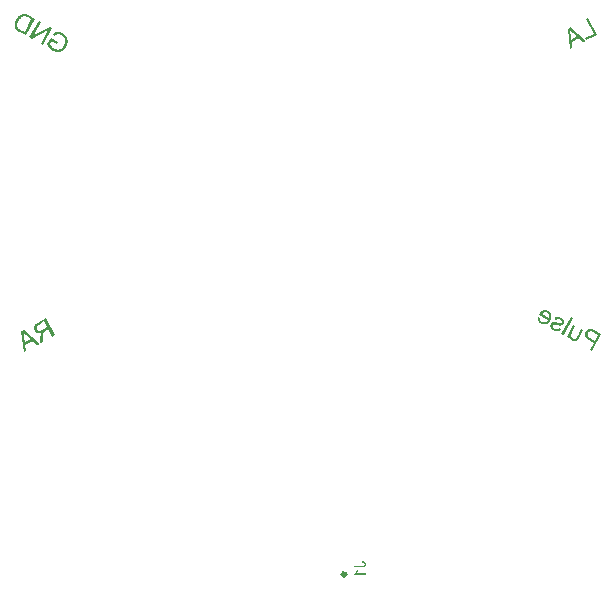
<source format=gbr>
%TF.GenerationSoftware,Altium Limited,Altium Designer,21.8.1 (53)*%
G04 Layer_Color=39423*
%FSLAX45Y45*%
%MOMM*%
%TF.SameCoordinates,9CAB6441-B9E9-44DD-A1F1-36E89FF17874*%
%TF.FilePolarity,Positive*%
%TF.FileFunction,Legend,Bot*%
%TF.Part,Single*%
G01*
G75*
%TA.AperFunction,NonConductor*%
%ADD16C,0.33020*%
G36*
X677700Y294833D02*
X658734Y284535D01*
X624307Y347941D01*
X599763Y334615D01*
X597818Y333319D01*
X595959Y332309D01*
X594572Y331315D01*
X593558Y330524D01*
X592814Y330120D01*
X592543Y329732D01*
X592357Y329631D01*
X589802Y326799D01*
X588617Y325433D01*
X587719Y323983D01*
X586907Y322820D01*
X586466Y321858D01*
X586009Y321369D01*
X585924Y321082D01*
X584957Y318872D01*
X583990Y316662D01*
X583225Y314080D01*
X582647Y311599D01*
X582052Y309590D01*
X581829Y307784D01*
X581489Y306636D01*
X581505Y306163D01*
X580788Y302163D01*
X580273Y297790D01*
X579758Y293418D01*
X579243Y289045D01*
X578898Y285247D01*
X578675Y283440D01*
X578537Y281921D01*
X578383Y280874D01*
X578415Y279928D01*
X578245Y279355D01*
X578346Y279169D01*
X575618Y239407D01*
X551817Y226484D01*
X555548Y278588D01*
X556116Y284193D01*
X556886Y289426D01*
X557672Y294186D01*
X558676Y298102D01*
X559696Y301545D01*
X560275Y304026D01*
X560886Y305561D01*
X560870Y306034D01*
X561056Y306135D01*
X562022Y308345D01*
X562989Y310556D01*
X565396Y314992D01*
X566564Y316830D01*
X567462Y318281D01*
X568190Y319158D01*
X568461Y319545D01*
X564439Y318084D01*
X560502Y316910D01*
X556836Y316123D01*
X553357Y315438D01*
X549962Y315039D01*
X546753Y314741D01*
X543916Y314645D01*
X541265Y314650D01*
X538985Y314857D01*
X536892Y315165D01*
X535086Y315388D01*
X533566Y315526D01*
X532419Y315866D01*
X531372Y316020D01*
X531085Y316105D01*
X530798Y316190D01*
X528014Y317327D01*
X525230Y318464D01*
X522717Y319988D01*
X520491Y321428D01*
X516495Y324796D01*
X513158Y328281D01*
X510497Y331410D01*
X509503Y332796D01*
X508610Y333997D01*
X507819Y335012D01*
X507415Y335755D01*
X507112Y336313D01*
X507011Y336499D01*
X504875Y340877D01*
X503398Y345371D01*
X502308Y349595D01*
X501707Y353362D01*
X501410Y356571D01*
X501229Y359121D01*
X501197Y360067D01*
X501266Y360826D01*
X501351Y361113D01*
X501250Y361299D01*
X501850Y365959D01*
X502838Y370347D01*
X504129Y374178D01*
X505722Y377451D01*
X507146Y380150D01*
X508500Y382089D01*
X509042Y382865D01*
X509499Y383354D01*
X509584Y383640D01*
X509770Y383741D01*
X511226Y385495D01*
X513154Y387264D01*
X517298Y390718D01*
X521728Y394086D01*
X526175Y396982D01*
X528306Y398380D01*
X530250Y399676D01*
X531923Y400585D01*
X533496Y401679D01*
X600063Y437822D01*
X677700Y294833D01*
D02*
G37*
G36*
X549214Y225071D02*
X529318Y214268D01*
X490176Y249112D01*
X430303Y216604D01*
X437277Y164294D01*
X415894Y152684D01*
X396457Y327273D01*
X417096Y338479D01*
X549214Y225071D01*
D02*
G37*
G36*
X420852Y3016791D02*
X425008Y3016472D01*
X428303Y3015896D01*
X429807Y3015565D01*
X431126Y3015334D01*
X431971Y3015119D01*
X432816Y3014903D01*
X433289Y3014888D01*
X433475Y3014788D01*
X437415Y3013624D01*
X441813Y3011972D01*
X446297Y3010033D01*
X450594Y3008195D01*
X454132Y3006287D01*
X455908Y3005569D01*
X509349Y2976733D01*
X432087Y2833541D01*
X380508Y2861372D01*
X375954Y2864070D01*
X371585Y2866667D01*
X367876Y2869149D01*
X364825Y2871517D01*
X362233Y2873396D01*
X361216Y2874185D01*
X360386Y2874874D01*
X359741Y2875462D01*
X359183Y2875763D01*
X359097Y2876050D01*
X358911Y2876150D01*
X355875Y2878990D01*
X353127Y2881916D01*
X350850Y2884827D01*
X349033Y2887250D01*
X347487Y2889287D01*
X346499Y2891021D01*
X345870Y2892082D01*
X345598Y2892469D01*
X344096Y2895924D01*
X342595Y2899379D01*
X341566Y2902819D01*
X340809Y2905872D01*
X340138Y2908639D01*
X339824Y2910731D01*
X339396Y2912164D01*
X339410Y2912637D01*
X339070Y2916908D01*
X338931Y2921551D01*
X339164Y2925993D01*
X339669Y2930048D01*
X340059Y2933444D01*
X340390Y2934948D01*
X340620Y2936267D01*
X340650Y2937213D01*
X340865Y2938058D01*
X340880Y2938531D01*
X340981Y2938717D01*
X342289Y2944262D01*
X344071Y2949791D01*
X345938Y2955035D01*
X347977Y2959705D01*
X348896Y2961853D01*
X349715Y2963816D01*
X350619Y2965492D01*
X351136Y2966896D01*
X351839Y2968199D01*
X352241Y2968944D01*
X352543Y2969502D01*
X352643Y2969688D01*
X356547Y2976478D01*
X360808Y2982593D01*
X362788Y2985371D01*
X364854Y2987863D01*
X366819Y2990169D01*
X368497Y2992388D01*
X370262Y2994321D01*
X371825Y2995882D01*
X373288Y2997256D01*
X374464Y2998545D01*
X375439Y2999461D01*
X376214Y3000005D01*
X376701Y3000463D01*
X376802Y3000650D01*
X381950Y3004844D01*
X387255Y3007992D01*
X392359Y3010768D01*
X397061Y3012798D01*
X399168Y3013585D01*
X400988Y3014286D01*
X402708Y3014800D01*
X404142Y3015228D01*
X405288Y3015572D01*
X406149Y3015829D01*
X406621Y3015814D01*
X406908Y3015900D01*
X411666Y3016698D01*
X416410Y3017024D01*
X420852Y3016791D01*
D02*
G37*
G36*
X707653Y2863484D02*
X709071Y2863440D01*
X710490Y2863395D01*
X711622Y2863265D01*
X712382Y2863336D01*
X712855Y2863322D01*
X713041Y2863221D01*
X718786Y2862285D01*
X724331Y2860976D01*
X729489Y2859395D01*
X734359Y2857729D01*
X736322Y2856910D01*
X738284Y2856092D01*
X739774Y2855288D01*
X741364Y2854670D01*
X743971Y2853264D01*
X747781Y2850968D01*
X751404Y2848772D01*
X758164Y2843923D01*
X761114Y2841369D01*
X763691Y2839017D01*
X766269Y2836665D01*
X768373Y2834327D01*
X770392Y2832276D01*
X772124Y2830139D01*
X773584Y2828390D01*
X774773Y2827027D01*
X775674Y2825579D01*
X776404Y2824705D01*
X776862Y2824217D01*
X776948Y2823930D01*
X779023Y2820647D01*
X780711Y2817092D01*
X783528Y2810282D01*
X784557Y2806842D01*
X785400Y2803502D01*
X786056Y2800263D01*
X786526Y2797125D01*
X786911Y2794273D01*
X787209Y2791707D01*
X787422Y2789429D01*
X787550Y2787437D01*
X787591Y2785731D01*
X787647Y2784499D01*
X787532Y2783840D01*
X787618Y2783553D01*
X787299Y2779398D01*
X786694Y2775156D01*
X785211Y2767061D01*
X783184Y2759740D01*
X782035Y2756273D01*
X780900Y2753279D01*
X779765Y2750285D01*
X778832Y2747664D01*
X777812Y2745329D01*
X776807Y2743467D01*
X776190Y2741876D01*
X775587Y2740759D01*
X775185Y2740014D01*
X775085Y2739828D01*
X772788Y2736018D01*
X770593Y2732395D01*
X765743Y2725635D01*
X763190Y2722685D01*
X760838Y2720108D01*
X758485Y2717531D01*
X756047Y2715240D01*
X753996Y2713221D01*
X752046Y2711388D01*
X750296Y2709928D01*
X748647Y2708654D01*
X747385Y2707652D01*
X746511Y2706922D01*
X745837Y2706564D01*
X745736Y2706378D01*
X742353Y2704117D01*
X738983Y2702329D01*
X735428Y2700641D01*
X731888Y2699426D01*
X728533Y2698110D01*
X725193Y2697268D01*
X722040Y2696325D01*
X719087Y2695754D01*
X716236Y2695369D01*
X713756Y2694784D01*
X711477Y2694571D01*
X709485Y2694444D01*
X707966Y2694302D01*
X706734Y2694246D01*
X706075Y2694361D01*
X705788Y2694275D01*
X701632Y2694594D01*
X697477Y2694913D01*
X689754Y2696195D01*
X682433Y2698221D01*
X679152Y2699270D01*
X675872Y2700319D01*
X673064Y2701353D01*
X670543Y2702473D01*
X668107Y2703307D01*
X666245Y2704311D01*
X664655Y2704929D01*
X662607Y2706034D01*
X656935Y2709335D01*
X651751Y2713094D01*
X647039Y2716838D01*
X642886Y2720281D01*
X641326Y2721844D01*
X639765Y2723408D01*
X638290Y2724684D01*
X637188Y2725760D01*
X636272Y2726735D01*
X635728Y2727509D01*
X635269Y2727997D01*
X635083Y2728097D01*
X630703Y2733346D01*
X626996Y2738952D01*
X623561Y2744172D01*
X620599Y2749376D01*
X619441Y2751684D01*
X618368Y2753705D01*
X617380Y2755440D01*
X616579Y2757075D01*
X615864Y2758422D01*
X615421Y2759383D01*
X615249Y2759956D01*
X615163Y2760243D01*
X643898Y2813498D01*
X704601Y2780744D01*
X695458Y2763799D01*
X653376Y2786506D01*
X638908Y2759692D01*
X640410Y2756237D01*
X642198Y2752868D01*
X644273Y2749585D01*
X646262Y2746588D01*
X648166Y2743878D01*
X649898Y2741741D01*
X650543Y2741153D01*
X650900Y2740479D01*
X651172Y2740092D01*
X651358Y2739992D01*
X655023Y2736091D01*
X658703Y2732663D01*
X662111Y2729622D01*
X665534Y2727054D01*
X668499Y2724973D01*
X669802Y2724270D01*
X670819Y2723481D01*
X672867Y2722376D01*
X678181Y2719749D01*
X683611Y2717781D01*
X688582Y2716301D01*
X693195Y2715494D01*
X695359Y2715048D01*
X697150Y2714803D01*
X698841Y2714372D01*
X700259Y2714328D01*
X701391Y2714198D01*
X702337Y2714168D01*
X702810Y2714153D01*
X702996Y2714053D01*
X708872Y2714249D01*
X714203Y2715218D01*
X719364Y2716762D01*
X723578Y2718334D01*
X727133Y2720022D01*
X728768Y2720823D01*
X729929Y2721639D01*
X730890Y2722082D01*
X731664Y2722626D01*
X732237Y2722798D01*
X732338Y2722984D01*
X737285Y2726806D01*
X741688Y2731402D01*
X745719Y2736199D01*
X749363Y2740725D01*
X750755Y2742858D01*
X752146Y2744992D01*
X753337Y2746754D01*
X754242Y2748430D01*
X755131Y2749633D01*
X755633Y2750564D01*
X756035Y2751309D01*
X756136Y2751495D01*
X759064Y2757368D01*
X761233Y2763169D01*
X763101Y2768413D01*
X764294Y2773298D01*
X764926Y2775361D01*
X765272Y2777339D01*
X765703Y2779029D01*
X765848Y2780634D01*
X766164Y2781666D01*
X766194Y2782611D01*
X766208Y2783084D01*
X766309Y2783271D01*
X766513Y2786767D01*
X766530Y2790364D01*
X766346Y2793588D01*
X766148Y2796340D01*
X765749Y2798719D01*
X765335Y2800625D01*
X764992Y2801772D01*
X765007Y2802245D01*
X763978Y2805685D01*
X762577Y2809326D01*
X760874Y2812408D01*
X759257Y2815204D01*
X757912Y2817613D01*
X756452Y2819362D01*
X755636Y2820524D01*
X755550Y2820810D01*
X755364Y2820911D01*
X752343Y2824224D01*
X749222Y2827350D01*
X745714Y2830205D01*
X742377Y2832486D01*
X739598Y2834466D01*
X738295Y2835170D01*
X737278Y2835959D01*
X735044Y2837164D01*
X731033Y2839088D01*
X727108Y2840725D01*
X723354Y2841789D01*
X720260Y2842737D01*
X717437Y2843298D01*
X715173Y2843558D01*
X713855Y2843789D01*
X713569Y2843703D01*
X713382Y2843804D01*
X709413Y2844022D01*
X705716Y2843853D01*
X702391Y2843483D01*
X699725Y2842998D01*
X697432Y2842313D01*
X695712Y2841798D01*
X694565Y2841455D01*
X694178Y2841183D01*
X691196Y2839667D01*
X688013Y2837778D01*
X685102Y2835502D01*
X682578Y2833498D01*
X680240Y2831393D01*
X678491Y2829933D01*
X677903Y2829289D01*
X677415Y2828831D01*
X677028Y2828559D01*
X676928Y2828373D01*
X662308Y2842271D01*
X666611Y2846681D01*
X670985Y2850331D01*
X674771Y2853337D01*
X678441Y2855684D01*
X681624Y2857573D01*
X682786Y2858389D01*
X683932Y2858732D01*
X684707Y2859276D01*
X685380Y2859634D01*
X685853Y2859619D01*
X685954Y2859805D01*
X690455Y2861464D01*
X695128Y2862549D01*
X699785Y2863161D01*
X704056Y2863501D01*
X707653Y2863484D01*
D02*
G37*
G36*
X559439Y2949707D02*
X498754Y2837238D01*
X634666Y2909116D01*
X654031Y2898667D01*
X576769Y2755475D01*
X558521Y2765321D01*
X619105Y2877603D01*
X483480Y2805811D01*
X463928Y2816361D01*
X541190Y2959553D01*
X559439Y2949707D01*
D02*
G37*
G36*
X5269448Y2840736D02*
X5180196Y2792276D01*
X5171009Y2809197D01*
X5241295Y2847359D01*
X5172845Y2973428D01*
X5191812Y2983725D01*
X5269448Y2840736D01*
D02*
G37*
G36*
X5173317Y2788541D02*
X5153421Y2777738D01*
X5114278Y2812582D01*
X5054405Y2780073D01*
X5061380Y2727764D01*
X5039996Y2716154D01*
X5020559Y2890743D01*
X5041199Y2901949D01*
X5173317Y2788541D01*
D02*
G37*
G36*
X4832938Y507981D02*
X4836334Y507591D01*
X4839730Y507201D01*
X4842739Y506539D01*
X4845461Y505792D01*
X4848083Y504858D01*
X4850332Y504125D01*
X4852108Y503407D01*
X4853698Y502790D01*
X4855746Y501685D01*
X4859556Y499389D01*
X4863080Y497007D01*
X4866216Y494353D01*
X4869065Y491613D01*
X4871441Y488889D01*
X4873717Y485978D01*
X4875621Y483268D01*
X4877338Y480658D01*
X4878683Y478249D01*
X4879842Y475941D01*
X4880815Y473734D01*
X4881515Y471913D01*
X4882130Y470379D01*
X4882473Y469232D01*
X4882645Y468659D01*
X4882730Y468372D01*
X4883644Y464273D01*
X4884084Y460189D01*
X4883952Y455933D01*
X4883819Y451677D01*
X4883314Y447622D01*
X4882437Y443768D01*
X4881559Y439914D01*
X4880596Y436346D01*
X4879547Y433066D01*
X4878413Y430072D01*
X4877378Y427264D01*
X4876359Y424929D01*
X4875455Y423253D01*
X4874837Y421663D01*
X4874435Y420918D01*
X4874234Y420546D01*
X4871536Y415991D01*
X4868853Y411909D01*
X4865998Y408401D01*
X4863144Y404893D01*
X4860404Y402043D01*
X4857478Y399294D01*
X4854668Y397204D01*
X4851857Y395115D01*
X4849535Y393483D01*
X4847126Y392138D01*
X4845104Y391065D01*
X4843370Y390078D01*
X4842022Y389362D01*
X4840875Y389020D01*
X4840201Y388662D01*
X4839915Y388576D01*
X4836002Y387562D01*
X4832003Y386835D01*
X4828019Y386580D01*
X4824236Y386698D01*
X4820453Y386816D01*
X4816871Y387306D01*
X4813389Y387983D01*
X4810194Y388745D01*
X4807286Y389593D01*
X4804478Y390627D01*
X4802043Y391460D01*
X4800080Y392279D01*
X4798591Y393083D01*
X4797187Y393600D01*
X4796256Y394102D01*
X4793004Y396097D01*
X4789939Y397991D01*
X4784669Y402037D01*
X4782464Y404188D01*
X4780446Y406239D01*
X4778613Y408189D01*
X4777067Y410225D01*
X4775607Y411975D01*
X4774519Y413524D01*
X4773431Y415072D01*
X4772716Y416420D01*
X4772086Y417481D01*
X4771729Y418155D01*
X4771557Y418728D01*
X4771371Y418828D01*
X4769370Y424476D01*
X4768228Y430381D01*
X4767646Y435985D01*
X4767521Y441101D01*
X4767940Y445443D01*
X4768100Y447520D01*
X4768431Y449025D01*
X4768475Y450443D01*
X4768690Y451289D01*
X4768806Y451948D01*
X4768906Y452134D01*
X4788461Y444709D01*
X4787840Y439994D01*
X4787894Y435638D01*
X4788148Y431654D01*
X4788619Y428515D01*
X4789204Y426036D01*
X4789804Y424029D01*
X4790147Y422882D01*
X4790419Y422495D01*
X4792122Y419413D01*
X4794211Y416602D01*
X4796603Y414350D01*
X4798621Y412299D01*
X4800841Y410621D01*
X4802417Y409530D01*
X4804092Y408626D01*
X4806613Y407506D01*
X4808948Y406487D01*
X4813834Y405293D01*
X4818261Y404587D01*
X4822331Y404555D01*
X4825656Y404925D01*
X4828508Y405309D01*
X4829368Y405566D01*
X4830128Y405637D01*
X4830414Y405723D01*
X4830701Y405809D01*
X4833195Y406867D01*
X4835503Y408026D01*
X4839948Y410917D01*
X4843935Y414295D01*
X4847549Y417875D01*
X4850303Y421197D01*
X4851394Y422772D01*
X4852384Y424161D01*
X4853173Y425178D01*
X4853862Y426009D01*
X4854163Y426567D01*
X4854263Y426754D01*
X4776988Y468449D01*
X4777907Y470598D01*
X4778711Y472087D01*
X4779113Y472832D01*
X4779314Y473205D01*
X4782012Y477759D01*
X4784795Y482027D01*
X4787751Y485722D01*
X4790605Y489230D01*
X4793445Y492266D01*
X4796271Y494829D01*
X4799181Y497105D01*
X4801806Y499295D01*
X4804415Y501012D01*
X4806824Y502357D01*
X4808845Y503430D01*
X4810580Y504418D01*
X4811928Y505133D01*
X4813075Y505476D01*
X4813749Y505833D01*
X4814035Y505919D01*
X4817948Y506933D01*
X4821761Y507761D01*
X4825559Y508116D01*
X4829442Y508184D01*
X4832938Y507981D01*
D02*
G37*
G36*
X4940323Y451241D02*
X4940609Y451327D01*
X4940796Y451227D01*
X4944936Y450435D01*
X4948977Y449457D01*
X4953002Y448006D01*
X4956469Y446857D01*
X4959549Y445435D01*
X4960666Y444833D01*
X4961884Y444416D01*
X4966911Y441703D01*
X4969503Y439824D01*
X4971909Y438045D01*
X4973943Y436467D01*
X4975790Y434989D01*
X4976893Y433914D01*
X4977723Y433225D01*
X4977995Y432838D01*
X4980014Y430787D01*
X4981746Y428650D01*
X4983392Y426800D01*
X4984380Y425065D01*
X4985382Y423804D01*
X4986011Y422743D01*
X4986369Y422069D01*
X4986455Y421782D01*
X4987513Y419288D01*
X4988285Y416708D01*
X4988870Y414228D01*
X4989370Y412035D01*
X4989497Y410043D01*
X4989639Y408524D01*
X4989610Y407578D01*
X4989695Y407292D01*
X4989607Y404454D01*
X4989146Y401818D01*
X4988499Y399282D01*
X4987867Y397219D01*
X4987048Y395257D01*
X4986531Y393852D01*
X4986129Y393108D01*
X4985928Y392735D01*
X4984235Y390043D01*
X4982456Y387637D01*
X4980591Y385517D01*
X4978741Y383871D01*
X4977092Y382597D01*
X4975830Y381595D01*
X4975056Y381051D01*
X4974669Y380779D01*
X4971787Y379449D01*
X4969107Y378491D01*
X4966154Y377921D01*
X4963775Y377521D01*
X4961497Y377308D01*
X4959791Y377267D01*
X4958559Y377211D01*
X4958086Y377225D01*
X4956194Y377284D01*
X4954031Y377730D01*
X4951767Y377990D01*
X4949317Y378351D01*
X4944044Y379272D01*
X4938872Y380380D01*
X4934173Y381473D01*
X4932009Y381919D01*
X4930318Y382351D01*
X4928814Y382682D01*
X4927682Y382812D01*
X4926837Y383027D01*
X4926651Y383128D01*
X4923742Y383976D01*
X4921106Y384437D01*
X4918570Y385084D01*
X4916406Y385530D01*
X4914429Y385875D01*
X4912739Y386307D01*
X4911420Y386537D01*
X4910002Y386581D01*
X4907838Y387027D01*
X4906420Y387072D01*
X4905761Y387187D01*
X4905474Y387101D01*
X4902994Y386516D01*
X4900887Y385729D01*
X4899152Y384742D01*
X4897604Y383654D01*
X4896528Y382552D01*
X4895739Y381535D01*
X4895337Y380790D01*
X4895237Y380604D01*
X4894117Y378083D01*
X4893656Y375447D01*
X4893582Y373082D01*
X4893795Y370803D01*
X4894109Y368711D01*
X4894537Y367277D01*
X4894880Y366131D01*
X4894966Y365844D01*
X4896482Y362862D01*
X4898859Y360137D01*
X4901336Y357599D01*
X4903828Y355533D01*
X4906420Y353654D01*
X4908367Y352362D01*
X4910416Y351257D01*
X4914799Y349132D01*
X4918925Y347868D01*
X4922492Y346905D01*
X4925888Y346515D01*
X4928439Y346341D01*
X4930431Y346468D01*
X4931663Y346524D01*
X4932136Y346510D01*
X4935576Y347538D01*
X4938845Y349141D01*
X4941555Y351044D01*
X4944079Y353048D01*
X4946130Y355067D01*
X4947507Y356728D01*
X4948095Y357372D01*
X4948583Y357830D01*
X4948683Y358017D01*
X4948784Y358203D01*
X4964594Y346066D01*
X4962427Y343388D01*
X4960175Y340997D01*
X4957838Y338892D01*
X4955415Y337075D01*
X4953278Y335342D01*
X4951055Y333897D01*
X4948747Y332738D01*
X4946726Y331665D01*
X4944805Y330778D01*
X4943170Y329977D01*
X4941637Y329363D01*
X4940203Y328934D01*
X4939157Y328777D01*
X4938297Y328520D01*
X4938010Y328434D01*
X4937724Y328348D01*
X4934872Y327964D01*
X4931848Y328153D01*
X4925902Y328717D01*
X4919884Y330040D01*
X4914540Y331721D01*
X4911919Y332655D01*
X4909483Y333489D01*
X4907521Y334307D01*
X4905845Y335211D01*
X4904255Y335829D01*
X4902393Y336833D01*
X4898024Y339431D01*
X4894129Y342014D01*
X4890807Y344768D01*
X4888043Y347221D01*
X4885838Y349372D01*
X4884192Y351222D01*
X4883547Y351810D01*
X4883089Y352298D01*
X4883003Y352585D01*
X4882817Y352685D01*
X4880370Y356169D01*
X4878495Y359825D01*
X4876893Y363094D01*
X4875764Y366348D01*
X4875179Y368828D01*
X4874579Y370834D01*
X4874336Y372167D01*
X4874351Y372640D01*
X4874283Y376524D01*
X4874587Y380206D01*
X4875163Y383502D01*
X4875824Y386510D01*
X4876658Y388946D01*
X4877376Y390722D01*
X4877979Y391839D01*
X4878079Y392025D01*
X4878179Y392212D01*
X4880074Y395277D01*
X4882240Y397954D01*
X4884105Y400074D01*
X4886055Y401906D01*
X4887890Y403080D01*
X4889152Y404082D01*
X4890213Y404712D01*
X4890500Y404797D01*
X4893381Y406127D01*
X4896434Y406884D01*
X4899100Y407369D01*
X4901666Y407668D01*
X4903944Y407881D01*
X4905650Y407922D01*
X4906781Y407793D01*
X4907254Y407778D01*
X4909045Y407533D01*
X4911123Y407373D01*
X4915737Y406567D01*
X4920723Y405560D01*
X4925709Y404552D01*
X4930222Y403560D01*
X4932285Y402927D01*
X4934076Y402682D01*
X4935394Y402452D01*
X4936612Y402035D01*
X4937271Y401920D01*
X4937457Y401819D01*
X4939993Y401172D01*
X4942443Y400812D01*
X4944506Y400180D01*
X4946483Y399834D01*
X4948174Y399403D01*
X4949678Y399072D01*
X4952028Y398525D01*
X4953719Y398094D01*
X4954851Y397964D01*
X4955324Y397949D01*
X4955510Y397849D01*
X4957401Y397790D01*
X4959293Y397731D01*
X4960812Y397873D01*
X4962145Y398115D01*
X4963292Y398458D01*
X4964152Y398715D01*
X4964438Y398801D01*
X4964725Y398887D01*
X4966073Y399602D01*
X4967048Y400518D01*
X4968797Y401979D01*
X4969300Y402910D01*
X4969787Y403368D01*
X4969988Y403740D01*
X4970089Y403926D01*
X4971008Y406075D01*
X4971353Y408053D01*
X4971327Y410231D01*
X4971099Y412037D01*
X4970957Y413555D01*
X4970428Y414803D01*
X4970170Y415663D01*
X4970085Y415949D01*
X4968554Y418458D01*
X4966550Y420982D01*
X4963972Y423335D01*
X4961380Y425214D01*
X4958974Y426993D01*
X4957026Y428285D01*
X4954978Y429390D01*
X4951153Y431213D01*
X4947687Y432362D01*
X4944492Y433125D01*
X4941855Y433585D01*
X4939491Y433659D01*
X4937972Y433517D01*
X4936739Y433461D01*
X4936453Y433375D01*
X4933586Y432518D01*
X4931091Y431459D01*
X4928683Y430114D01*
X4926646Y428569D01*
X4925184Y427194D01*
X4924008Y425905D01*
X4923133Y425175D01*
X4922932Y424803D01*
X4907107Y436467D01*
X4909761Y439603D01*
X4912400Y442266D01*
X4914737Y444371D01*
X4917060Y446002D01*
X4918996Y447362D01*
X4920444Y448264D01*
X4921505Y448893D01*
X4921792Y448979D01*
X4924860Y450209D01*
X4928099Y450865D01*
X4931238Y451335D01*
X4934175Y451433D01*
X4936826Y451445D01*
X4939005Y451472D01*
X4940323Y451241D01*
D02*
G37*
G36*
X5214815Y349534D02*
X5218211Y349144D01*
X5221506Y348568D01*
X5224329Y348007D01*
X5226578Y347274D01*
X5227424Y347058D01*
X5227897Y347044D01*
X5228455Y346742D01*
X5231736Y345693D01*
X5235475Y344157D01*
X5239299Y342333D01*
X5242752Y340711D01*
X5246017Y339189D01*
X5304858Y307440D01*
X5227596Y164248D01*
X5208603Y174496D01*
X5239950Y232593D01*
X5203454Y252285D01*
X5198154Y255385D01*
X5193328Y258470D01*
X5188974Y261540D01*
X5185194Y264782D01*
X5181972Y267723D01*
X5179037Y270749D01*
X5176660Y273473D01*
X5174470Y276098D01*
X5172839Y278421D01*
X5171493Y280829D01*
X5170320Y282665D01*
X5169519Y284299D01*
X5169090Y285732D01*
X5168647Y286693D01*
X5168475Y287266D01*
X5168390Y287553D01*
X5167648Y291079D01*
X5167192Y294690D01*
X5167109Y298101D01*
X5167212Y301411D01*
X5167315Y304721D01*
X5167690Y307644D01*
X5169100Y313375D01*
X5169646Y315725D01*
X5170379Y317974D01*
X5171197Y319937D01*
X5171915Y321713D01*
X5172433Y323117D01*
X5172935Y324048D01*
X5173236Y324606D01*
X5173337Y324793D01*
X5175633Y328602D01*
X5178100Y331839D01*
X5180654Y334789D01*
X5183006Y337366D01*
X5185057Y339385D01*
X5186807Y340845D01*
X5187480Y341203D01*
X5187968Y341661D01*
X5188255Y341747D01*
X5188355Y341933D01*
X5191739Y344194D01*
X5195108Y345983D01*
X5198463Y347298D01*
X5201329Y348155D01*
X5203623Y348841D01*
X5205715Y349155D01*
X5206862Y349498D01*
X5207335Y349483D01*
X5211032Y349652D01*
X5214815Y349534D01*
D02*
G37*
G36*
X5062977Y437952D02*
X4985715Y294760D01*
X4968212Y304205D01*
X5045474Y447397D01*
X5062977Y437952D01*
D02*
G37*
G36*
X5086367Y374364D02*
X5056326Y318688D01*
X5054000Y313933D01*
X5051976Y309736D01*
X5050626Y305896D01*
X5049677Y302802D01*
X5049030Y300266D01*
X5048499Y298389D01*
X5048369Y297257D01*
X5048354Y296784D01*
X5048351Y293660D01*
X5048635Y290622D01*
X5049120Y287956D01*
X5049992Y285562D01*
X5050779Y283455D01*
X5051580Y281821D01*
X5052023Y280860D01*
X5052295Y280473D01*
X5054199Y277763D01*
X5056303Y275426D01*
X5058508Y273274D01*
X5060542Y271696D01*
X5062203Y270319D01*
X5063778Y269229D01*
X5065082Y268525D01*
X5067975Y267204D01*
X5070783Y266170D01*
X5073419Y265709D01*
X5075683Y265449D01*
X5077660Y265104D01*
X5079180Y265246D01*
X5080125Y265216D01*
X5080412Y265302D01*
X5083178Y265973D01*
X5085572Y266845D01*
X5087880Y268004D01*
X5089716Y269178D01*
X5091264Y270265D01*
X5092340Y271368D01*
X5093114Y271912D01*
X5093315Y272284D01*
X5094004Y273115D01*
X5094893Y274318D01*
X5096586Y277010D01*
X5098380Y279889D01*
X5100088Y283055D01*
X5101782Y285747D01*
X5102485Y287050D01*
X5103088Y288168D01*
X5103590Y289099D01*
X5103992Y289844D01*
X5104193Y290216D01*
X5104293Y290402D01*
X5135339Y347940D01*
X5152842Y338496D01*
X5118180Y274255D01*
X5116070Y270344D01*
X5114075Y267093D01*
X5112382Y264401D01*
X5110990Y262266D01*
X5109985Y260404D01*
X5109096Y259201D01*
X5108508Y258557D01*
X5108407Y258371D01*
X5106155Y255980D01*
X5104004Y253775D01*
X5101867Y252043D01*
X5099931Y250683D01*
X5098282Y249409D01*
X5096935Y248693D01*
X5096160Y248150D01*
X5095874Y248064D01*
X5093193Y247106D01*
X5090427Y246435D01*
X5087575Y246051D01*
X5085010Y245752D01*
X5082831Y245725D01*
X5080839Y245598D01*
X5079707Y245728D01*
X5079234Y245742D01*
X5075652Y246233D01*
X5072085Y247196D01*
X5068890Y247958D01*
X5066082Y248992D01*
X5063747Y250012D01*
X5061785Y250830D01*
X5060295Y251634D01*
X5056671Y253830D01*
X5053249Y256398D01*
X5050399Y259137D01*
X5047837Y261962D01*
X5045747Y264773D01*
X5043758Y267770D01*
X5042141Y270565D01*
X5040811Y273447D01*
X5039667Y276228D01*
X5038794Y278622D01*
X5038109Y280915D01*
X5037508Y282922D01*
X5037180Y284542D01*
X5036938Y285874D01*
X5036867Y286634D01*
X5036781Y286921D01*
X5028542Y271652D01*
X5012901Y280091D01*
X5068863Y383808D01*
X5086367Y374364D01*
D02*
G37*
G36*
X3288422Y-1617236D02*
X3290708Y-1617617D01*
X3292867Y-1617998D01*
X3294772Y-1618506D01*
X3296550Y-1619014D01*
X3298201Y-1619649D01*
X3299725Y-1620157D01*
X3300995Y-1620792D01*
X3302138Y-1621427D01*
X3303027Y-1622062D01*
X3303789Y-1622570D01*
X3304424Y-1622951D01*
X3304805Y-1623332D01*
X3305059Y-1623459D01*
X3305186Y-1623586D01*
X3306456Y-1624983D01*
X3307599Y-1626380D01*
X3308615Y-1627904D01*
X3309377Y-1629555D01*
X3310139Y-1631206D01*
X3310774Y-1632857D01*
X3311663Y-1636032D01*
X3311917Y-1637429D01*
X3312171Y-1638826D01*
X3312298Y-1640096D01*
X3312425Y-1641112D01*
X3312552Y-1642001D01*
Y-1643271D01*
X3312425Y-1646446D01*
X3312044Y-1649367D01*
X3311409Y-1651907D01*
X3310774Y-1654066D01*
X3310266Y-1655971D01*
X3309631Y-1657241D01*
X3309377Y-1657749D01*
X3309250Y-1658130D01*
X3309123Y-1658257D01*
Y-1658384D01*
X3307599Y-1660670D01*
X3305948Y-1662575D01*
X3304297Y-1664226D01*
X3302646Y-1665496D01*
X3301122Y-1666512D01*
X3299979Y-1667274D01*
X3299471Y-1667528D01*
X3299090Y-1667655D01*
X3298963Y-1667782D01*
X3298836D01*
X3297566Y-1668290D01*
X3296042Y-1668798D01*
X3292994Y-1669560D01*
X3289819Y-1670068D01*
X3286771Y-1670449D01*
X3285374Y-1670576D01*
X3283977Y-1670703D01*
X3282834D01*
X3281818Y-1670830D01*
X3280929D01*
X3280294D01*
X3279913D01*
X3279786D01*
X3213238D01*
Y-1657876D01*
X3280548D01*
X3283469D01*
X3286009Y-1657622D01*
X3288041Y-1657495D01*
X3289819Y-1657241D01*
X3291089Y-1656987D01*
X3291978Y-1656733D01*
X3292613Y-1656606D01*
X3292740Y-1656479D01*
X3294137Y-1655971D01*
X3295280Y-1655209D01*
X3296296Y-1654447D01*
X3297185Y-1653558D01*
X3297947Y-1652796D01*
X3298455Y-1652288D01*
X3298709Y-1651780D01*
X3298836Y-1651653D01*
X3299598Y-1650256D01*
X3300106Y-1648859D01*
X3300487Y-1647462D01*
X3300741Y-1646192D01*
X3300868Y-1645049D01*
X3300995Y-1644033D01*
Y-1643271D01*
X3300868Y-1640985D01*
X3300360Y-1638826D01*
X3299725Y-1637048D01*
X3298963Y-1635651D01*
X3298201Y-1634381D01*
X3297566Y-1633619D01*
X3297058Y-1632984D01*
X3296931Y-1632857D01*
X3296042Y-1632222D01*
X3295153Y-1631587D01*
X3292867Y-1630698D01*
X3290327Y-1629936D01*
X3287787Y-1629428D01*
X3285374Y-1629174D01*
X3284358Y-1629047D01*
X3283469Y-1628920D01*
X3282707Y-1628793D01*
X3282199D01*
X3281818D01*
X3281691D01*
X3283342Y-1617109D01*
X3286009D01*
X3288422Y-1617236D01*
D02*
G37*
G36*
X3248163Y-1698389D02*
X3247147Y-1700548D01*
X3246131Y-1702707D01*
X3245115Y-1704612D01*
X3244226Y-1706263D01*
X3243464Y-1707660D01*
X3243210Y-1708168D01*
X3242956Y-1708549D01*
X3242829Y-1708676D01*
Y-1708803D01*
X3241305Y-1711343D01*
X3239781Y-1713502D01*
X3238384Y-1715534D01*
X3237114Y-1717185D01*
X3236098Y-1718455D01*
X3235209Y-1719471D01*
X3234701Y-1719979D01*
X3234574Y-1720233D01*
X3310901D01*
Y-1732171D01*
X3212857D01*
Y-1724424D01*
X3215270Y-1723027D01*
X3217556Y-1721376D01*
X3219842Y-1719598D01*
X3221747Y-1717947D01*
X3223525Y-1716296D01*
X3224795Y-1715026D01*
X3225303Y-1714518D01*
X3225684Y-1714137D01*
X3225811Y-1713883D01*
X3225938Y-1713756D01*
X3228351Y-1710835D01*
X3230510Y-1707914D01*
X3232542Y-1704866D01*
X3234193Y-1702199D01*
X3235463Y-1699786D01*
X3236098Y-1698770D01*
X3236479Y-1697881D01*
X3236860Y-1697246D01*
X3237114Y-1696738D01*
X3237368Y-1696357D01*
Y-1696230D01*
X3249052D01*
X3248163Y-1698389D01*
D02*
G37*
%LPC*%
G36*
X589679Y411720D02*
X541706Y385672D01*
X539118Y383786D01*
X536802Y382288D01*
X534873Y380518D01*
X532844Y378935D01*
X531287Y377368D01*
X530018Y375715D01*
X528833Y374350D01*
X526937Y371635D01*
X525768Y369796D01*
X525056Y368447D01*
X524886Y367873D01*
X523883Y363957D01*
X523537Y360159D01*
X523750Y356663D01*
X524234Y353555D01*
X524989Y350835D01*
X525812Y348874D01*
X526030Y348030D01*
X526333Y347472D01*
X526434Y347286D01*
X526535Y347100D01*
X528134Y344598D01*
X529718Y342568D01*
X531673Y340741D01*
X533240Y339184D01*
X534893Y337915D01*
X536242Y337203D01*
X537119Y336475D01*
X537406Y336390D01*
X540004Y335152D01*
X542873Y334303D01*
X545540Y333825D01*
X547819Y333618D01*
X549997Y333596D01*
X551602Y333745D01*
X552733Y333878D01*
X553206Y333894D01*
X556686Y334580D01*
X560150Y335738D01*
X563986Y337099D01*
X567248Y338629D01*
X570324Y340059D01*
X571727Y340579D01*
X615423Y364304D01*
X589679Y411720D01*
D02*
G37*
G36*
X415318Y318253D02*
X416355Y312797D01*
X417593Y306969D01*
X418645Y301040D01*
X419496Y295483D01*
X419963Y292848D01*
X420330Y290398D01*
X420596Y288135D01*
X420846Y286345D01*
X421181Y284841D01*
X421314Y283710D01*
X421245Y282950D01*
X421345Y282764D01*
X427873Y235268D01*
X476404Y261618D01*
X438069Y294974D01*
X433484Y298985D01*
X429271Y303198D01*
X425445Y307140D01*
X422108Y310624D01*
X420541Y312181D01*
X419261Y313653D01*
X418081Y314938D01*
X417188Y316139D01*
X416397Y317154D01*
X415807Y317796D01*
X415419Y318067D01*
X415318Y318253D01*
D02*
G37*
G36*
X420319Y2996643D02*
X415475Y2996131D01*
X411089Y2995132D01*
X406975Y2993745D01*
X403621Y2992430D01*
X400840Y2991286D01*
X399779Y2990656D01*
X399105Y2990298D01*
X398532Y2990127D01*
X398431Y2989941D01*
X395821Y2988223D01*
X393298Y2986219D01*
X388522Y2981824D01*
X384104Y2976755D01*
X380159Y2971671D01*
X378380Y2969265D01*
X376887Y2966945D01*
X375596Y2964997D01*
X374591Y2963135D01*
X373601Y2961746D01*
X372898Y2960443D01*
X372496Y2959698D01*
X372396Y2959511D01*
X369467Y2953639D01*
X366926Y2948038D01*
X365159Y2942981D01*
X364426Y2940731D01*
X363507Y2938583D01*
X362975Y2936706D01*
X362544Y2935015D01*
X362213Y2933511D01*
X361983Y2932193D01*
X361667Y2931162D01*
X361551Y2930502D01*
X361537Y2930029D01*
X361436Y2929843D01*
X360716Y2924943D01*
X360482Y2920501D01*
X360450Y2916431D01*
X360720Y2912920D01*
X361290Y2909968D01*
X361604Y2907875D01*
X361846Y2906542D01*
X362018Y2905969D01*
X362975Y2903288D01*
X364406Y2900593D01*
X365851Y2898370D01*
X367297Y2896148D01*
X368757Y2894399D01*
X369945Y2893036D01*
X370675Y2892161D01*
X370761Y2891875D01*
X370947Y2891774D01*
X373611Y2889135D01*
X377033Y2886567D01*
X380456Y2883999D01*
X383893Y2881904D01*
X386958Y2880010D01*
X388161Y2879120D01*
X422237Y2860734D01*
X481213Y2970037D01*
X448069Y2987921D01*
X445175Y2989241D01*
X442569Y2990648D01*
X440047Y2991768D01*
X437612Y2992601D01*
X435463Y2993520D01*
X433501Y2994339D01*
X431810Y2994770D01*
X430220Y2995387D01*
X428902Y2995618D01*
X427684Y2996035D01*
X426839Y2996250D01*
X425994Y2996466D01*
X425521Y2996481D01*
X425048Y2996495D01*
X422683Y2996569D01*
X420319Y2996643D01*
D02*
G37*
G36*
X5039420Y2881723D02*
X5040457Y2876267D01*
X5041695Y2870439D01*
X5042748Y2864510D01*
X5043598Y2858952D01*
X5044066Y2856317D01*
X5044433Y2853868D01*
X5044698Y2851605D01*
X5044948Y2849814D01*
X5045283Y2848311D01*
X5045416Y2847179D01*
X5045347Y2846420D01*
X5045448Y2846234D01*
X5051976Y2798737D01*
X5100506Y2825087D01*
X5062172Y2858444D01*
X5057587Y2862455D01*
X5053373Y2866667D01*
X5049547Y2870609D01*
X5046211Y2874094D01*
X5044643Y2875651D01*
X5043363Y2877123D01*
X5042183Y2878408D01*
X5041291Y2879609D01*
X5040499Y2880623D01*
X5039909Y2881266D01*
X5039521Y2881537D01*
X5039420Y2881723D01*
D02*
G37*
G36*
X4833167Y491028D02*
X4828997Y490874D01*
X4825471Y490132D01*
X4822805Y489647D01*
X4821845Y489203D01*
X4820985Y488946D01*
X4820512Y488961D01*
X4820412Y488775D01*
X4817143Y487173D01*
X4813945Y484811D01*
X4811120Y482248D01*
X4808481Y479585D01*
X4806415Y477094D01*
X4805340Y475991D01*
X4804737Y474874D01*
X4804149Y474229D01*
X4803561Y473585D01*
X4803360Y473213D01*
X4803259Y473026D01*
X4861169Y441780D01*
X4863223Y446923D01*
X4864316Y451622D01*
X4864836Y456150D01*
X4864868Y460220D01*
X4864684Y463444D01*
X4864285Y465823D01*
X4863957Y467443D01*
X4863786Y468016D01*
X4862913Y470410D01*
X4861941Y472618D01*
X4859594Y476288D01*
X4856860Y479687D01*
X4854297Y482512D01*
X4851805Y484578D01*
X4850602Y485467D01*
X4849671Y485970D01*
X4848841Y486658D01*
X4847724Y487261D01*
X4845202Y488381D01*
X4842681Y489501D01*
X4837695Y490508D01*
X4833167Y491028D01*
D02*
G37*
G36*
X5215786Y329055D02*
X5213035Y328857D01*
X5210555Y328272D01*
X5208548Y327671D01*
X5206829Y327157D01*
X5205868Y326714D01*
X5205481Y326442D01*
X5202685Y324825D01*
X5200161Y322821D01*
X5197823Y320716D01*
X5195959Y318597D01*
X5194481Y316750D01*
X5193391Y315174D01*
X5192788Y314057D01*
X5192688Y313871D01*
X5192587Y313684D01*
X5190548Y309015D01*
X5189470Y304788D01*
X5188779Y300834D01*
X5188761Y297237D01*
X5189045Y294199D01*
X5189358Y292106D01*
X5189787Y290673D01*
X5189959Y290099D01*
X5190846Y288178D01*
X5192105Y286056D01*
X5195111Y282271D01*
X5198791Y278843D01*
X5202672Y275787D01*
X5206280Y273118D01*
X5207856Y272028D01*
X5209345Y271224D01*
X5210548Y270335D01*
X5249093Y249537D01*
X5276722Y300744D01*
X5235757Y322847D01*
X5231933Y324671D01*
X5228853Y326092D01*
X5226332Y327212D01*
X5224455Y327744D01*
X5223051Y328261D01*
X5222206Y328476D01*
X5222020Y328577D01*
X5218910Y329052D01*
X5215786Y329055D01*
D02*
G37*
%LPD*%
D16*
X3141947Y-1727400D02*
G03*
X3141947Y-1727400I-15240J0D01*
G01*
%TF.MD5,290b961d5ca5758de7a33c1ec697f964*%
M02*

</source>
